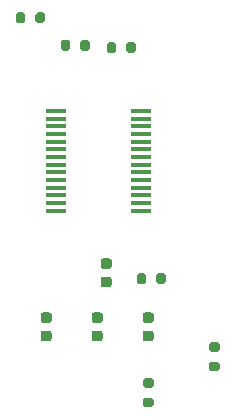
<source format=gbr>
G04 #@! TF.GenerationSoftware,KiCad,Pcbnew,(5.1.12-1-10_14)*
G04 #@! TF.CreationDate,2021-12-17T21:30:25-05:00*
G04 #@! TF.ProjectId,charlieplexboard,63686172-6c69-4657-906c-6578626f6172,rev?*
G04 #@! TF.SameCoordinates,Original*
G04 #@! TF.FileFunction,Paste,Top*
G04 #@! TF.FilePolarity,Positive*
%FSLAX46Y46*%
G04 Gerber Fmt 4.6, Leading zero omitted, Abs format (unit mm)*
G04 Created by KiCad (PCBNEW (5.1.12-1-10_14)) date 2021-12-17 21:30:25*
%MOMM*%
%LPD*%
G01*
G04 APERTURE LIST*
%ADD10R,1.750000X0.450000*%
G04 APERTURE END LIST*
D10*
G04 #@! TO.C,U4*
X166800000Y-92875000D03*
X166800000Y-93525000D03*
X166800000Y-94175000D03*
X166800000Y-94825000D03*
X166800000Y-95475000D03*
X166800000Y-96125000D03*
X166800000Y-96775000D03*
X166800000Y-97425000D03*
X166800000Y-98075000D03*
X166800000Y-98725000D03*
X166800000Y-99375000D03*
X166800000Y-100025000D03*
X166800000Y-100675000D03*
X166800000Y-101325000D03*
X159600000Y-101325000D03*
X159600000Y-100675000D03*
X159600000Y-100025000D03*
X159600000Y-99375000D03*
X159600000Y-98725000D03*
X159600000Y-98075000D03*
X159600000Y-97425000D03*
X159600000Y-96775000D03*
X159600000Y-96125000D03*
X159600000Y-95475000D03*
X159600000Y-94825000D03*
X159600000Y-94175000D03*
X159600000Y-93525000D03*
X159600000Y-92875000D03*
G04 #@! TD*
G04 #@! TO.C,R10*
G36*
G01*
X168119000Y-107375000D02*
X168119000Y-106825000D01*
G75*
G02*
X168319000Y-106625000I200000J0D01*
G01*
X168719000Y-106625000D01*
G75*
G02*
X168919000Y-106825000I0J-200000D01*
G01*
X168919000Y-107375000D01*
G75*
G02*
X168719000Y-107575000I-200000J0D01*
G01*
X168319000Y-107575000D01*
G75*
G02*
X168119000Y-107375000I0J200000D01*
G01*
G37*
G36*
G01*
X166469000Y-107375000D02*
X166469000Y-106825000D01*
G75*
G02*
X166669000Y-106625000I200000J0D01*
G01*
X167069000Y-106625000D01*
G75*
G02*
X167269000Y-106825000I0J-200000D01*
G01*
X167269000Y-107375000D01*
G75*
G02*
X167069000Y-107575000I-200000J0D01*
G01*
X166669000Y-107575000D01*
G75*
G02*
X166469000Y-107375000I0J200000D01*
G01*
G37*
G04 #@! TD*
G04 #@! TO.C,R9*
G36*
G01*
X167165000Y-117177000D02*
X167715000Y-117177000D01*
G75*
G02*
X167915000Y-117377000I0J-200000D01*
G01*
X167915000Y-117777000D01*
G75*
G02*
X167715000Y-117977000I-200000J0D01*
G01*
X167165000Y-117977000D01*
G75*
G02*
X166965000Y-117777000I0J200000D01*
G01*
X166965000Y-117377000D01*
G75*
G02*
X167165000Y-117177000I200000J0D01*
G01*
G37*
G36*
G01*
X167165000Y-115527000D02*
X167715000Y-115527000D01*
G75*
G02*
X167915000Y-115727000I0J-200000D01*
G01*
X167915000Y-116127000D01*
G75*
G02*
X167715000Y-116327000I-200000J0D01*
G01*
X167165000Y-116327000D01*
G75*
G02*
X166965000Y-116127000I0J200000D01*
G01*
X166965000Y-115727000D01*
G75*
G02*
X167165000Y-115527000I200000J0D01*
G01*
G37*
G04 #@! TD*
G04 #@! TO.C,R8*
G36*
G01*
X172753000Y-114129000D02*
X173303000Y-114129000D01*
G75*
G02*
X173503000Y-114329000I0J-200000D01*
G01*
X173503000Y-114729000D01*
G75*
G02*
X173303000Y-114929000I-200000J0D01*
G01*
X172753000Y-114929000D01*
G75*
G02*
X172553000Y-114729000I0J200000D01*
G01*
X172553000Y-114329000D01*
G75*
G02*
X172753000Y-114129000I200000J0D01*
G01*
G37*
G36*
G01*
X172753000Y-112479000D02*
X173303000Y-112479000D01*
G75*
G02*
X173503000Y-112679000I0J-200000D01*
G01*
X173503000Y-113079000D01*
G75*
G02*
X173303000Y-113279000I-200000J0D01*
G01*
X172753000Y-113279000D01*
G75*
G02*
X172553000Y-113079000I0J200000D01*
G01*
X172553000Y-112679000D01*
G75*
G02*
X172753000Y-112479000I200000J0D01*
G01*
G37*
G04 #@! TD*
G04 #@! TO.C,R7*
G36*
G01*
X165579000Y-87817000D02*
X165579000Y-87267000D01*
G75*
G02*
X165779000Y-87067000I200000J0D01*
G01*
X166179000Y-87067000D01*
G75*
G02*
X166379000Y-87267000I0J-200000D01*
G01*
X166379000Y-87817000D01*
G75*
G02*
X166179000Y-88017000I-200000J0D01*
G01*
X165779000Y-88017000D01*
G75*
G02*
X165579000Y-87817000I0J200000D01*
G01*
G37*
G36*
G01*
X163929000Y-87817000D02*
X163929000Y-87267000D01*
G75*
G02*
X164129000Y-87067000I200000J0D01*
G01*
X164529000Y-87067000D01*
G75*
G02*
X164729000Y-87267000I0J-200000D01*
G01*
X164729000Y-87817000D01*
G75*
G02*
X164529000Y-88017000I-200000J0D01*
G01*
X164129000Y-88017000D01*
G75*
G02*
X163929000Y-87817000I0J200000D01*
G01*
G37*
G04 #@! TD*
G04 #@! TO.C,R6*
G36*
G01*
X161695000Y-87585000D02*
X161695000Y-87035000D01*
G75*
G02*
X161895000Y-86835000I200000J0D01*
G01*
X162295000Y-86835000D01*
G75*
G02*
X162495000Y-87035000I0J-200000D01*
G01*
X162495000Y-87585000D01*
G75*
G02*
X162295000Y-87785000I-200000J0D01*
G01*
X161895000Y-87785000D01*
G75*
G02*
X161695000Y-87585000I0J200000D01*
G01*
G37*
G36*
G01*
X160045000Y-87585000D02*
X160045000Y-87035000D01*
G75*
G02*
X160245000Y-86835000I200000J0D01*
G01*
X160645000Y-86835000D01*
G75*
G02*
X160845000Y-87035000I0J-200000D01*
G01*
X160845000Y-87585000D01*
G75*
G02*
X160645000Y-87785000I-200000J0D01*
G01*
X160245000Y-87785000D01*
G75*
G02*
X160045000Y-87585000I0J200000D01*
G01*
G37*
G04 #@! TD*
G04 #@! TO.C,R5*
G36*
G01*
X157896000Y-85277000D02*
X157896000Y-84727000D01*
G75*
G02*
X158096000Y-84527000I200000J0D01*
G01*
X158496000Y-84527000D01*
G75*
G02*
X158696000Y-84727000I0J-200000D01*
G01*
X158696000Y-85277000D01*
G75*
G02*
X158496000Y-85477000I-200000J0D01*
G01*
X158096000Y-85477000D01*
G75*
G02*
X157896000Y-85277000I0J200000D01*
G01*
G37*
G36*
G01*
X156246000Y-85277000D02*
X156246000Y-84727000D01*
G75*
G02*
X156446000Y-84527000I200000J0D01*
G01*
X156846000Y-84527000D01*
G75*
G02*
X157046000Y-84727000I0J-200000D01*
G01*
X157046000Y-85277000D01*
G75*
G02*
X156846000Y-85477000I-200000J0D01*
G01*
X156446000Y-85477000D01*
G75*
G02*
X156246000Y-85277000I0J200000D01*
G01*
G37*
G04 #@! TD*
G04 #@! TO.C,C11*
G36*
G01*
X167690000Y-110839000D02*
X167190000Y-110839000D01*
G75*
G02*
X166965000Y-110614000I0J225000D01*
G01*
X166965000Y-110164000D01*
G75*
G02*
X167190000Y-109939000I225000J0D01*
G01*
X167690000Y-109939000D01*
G75*
G02*
X167915000Y-110164000I0J-225000D01*
G01*
X167915000Y-110614000D01*
G75*
G02*
X167690000Y-110839000I-225000J0D01*
G01*
G37*
G36*
G01*
X167690000Y-112389000D02*
X167190000Y-112389000D01*
G75*
G02*
X166965000Y-112164000I0J225000D01*
G01*
X166965000Y-111714000D01*
G75*
G02*
X167190000Y-111489000I225000J0D01*
G01*
X167690000Y-111489000D01*
G75*
G02*
X167915000Y-111714000I0J-225000D01*
G01*
X167915000Y-112164000D01*
G75*
G02*
X167690000Y-112389000I-225000J0D01*
G01*
G37*
G04 #@! TD*
G04 #@! TO.C,C10*
G36*
G01*
X163372000Y-110839000D02*
X162872000Y-110839000D01*
G75*
G02*
X162647000Y-110614000I0J225000D01*
G01*
X162647000Y-110164000D01*
G75*
G02*
X162872000Y-109939000I225000J0D01*
G01*
X163372000Y-109939000D01*
G75*
G02*
X163597000Y-110164000I0J-225000D01*
G01*
X163597000Y-110614000D01*
G75*
G02*
X163372000Y-110839000I-225000J0D01*
G01*
G37*
G36*
G01*
X163372000Y-112389000D02*
X162872000Y-112389000D01*
G75*
G02*
X162647000Y-112164000I0J225000D01*
G01*
X162647000Y-111714000D01*
G75*
G02*
X162872000Y-111489000I225000J0D01*
G01*
X163372000Y-111489000D01*
G75*
G02*
X163597000Y-111714000I0J-225000D01*
G01*
X163597000Y-112164000D01*
G75*
G02*
X163372000Y-112389000I-225000J0D01*
G01*
G37*
G04 #@! TD*
G04 #@! TO.C,C9*
G36*
G01*
X159054000Y-110839000D02*
X158554000Y-110839000D01*
G75*
G02*
X158329000Y-110614000I0J225000D01*
G01*
X158329000Y-110164000D01*
G75*
G02*
X158554000Y-109939000I225000J0D01*
G01*
X159054000Y-109939000D01*
G75*
G02*
X159279000Y-110164000I0J-225000D01*
G01*
X159279000Y-110614000D01*
G75*
G02*
X159054000Y-110839000I-225000J0D01*
G01*
G37*
G36*
G01*
X159054000Y-112389000D02*
X158554000Y-112389000D01*
G75*
G02*
X158329000Y-112164000I0J225000D01*
G01*
X158329000Y-111714000D01*
G75*
G02*
X158554000Y-111489000I225000J0D01*
G01*
X159054000Y-111489000D01*
G75*
G02*
X159279000Y-111714000I0J-225000D01*
G01*
X159279000Y-112164000D01*
G75*
G02*
X159054000Y-112389000I-225000J0D01*
G01*
G37*
G04 #@! TD*
G04 #@! TO.C,C8*
G36*
G01*
X163634000Y-106917000D02*
X164134000Y-106917000D01*
G75*
G02*
X164359000Y-107142000I0J-225000D01*
G01*
X164359000Y-107592000D01*
G75*
G02*
X164134000Y-107817000I-225000J0D01*
G01*
X163634000Y-107817000D01*
G75*
G02*
X163409000Y-107592000I0J225000D01*
G01*
X163409000Y-107142000D01*
G75*
G02*
X163634000Y-106917000I225000J0D01*
G01*
G37*
G36*
G01*
X163634000Y-105367000D02*
X164134000Y-105367000D01*
G75*
G02*
X164359000Y-105592000I0J-225000D01*
G01*
X164359000Y-106042000D01*
G75*
G02*
X164134000Y-106267000I-225000J0D01*
G01*
X163634000Y-106267000D01*
G75*
G02*
X163409000Y-106042000I0J225000D01*
G01*
X163409000Y-105592000D01*
G75*
G02*
X163634000Y-105367000I225000J0D01*
G01*
G37*
G04 #@! TD*
M02*

</source>
